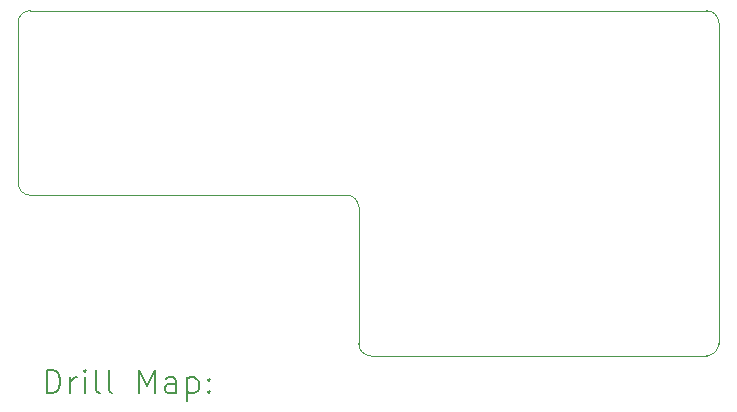
<source format=gbr>
%TF.GenerationSoftware,KiCad,Pcbnew,7.0.2-0*%
%TF.CreationDate,2023-08-19T01:30:22+02:00*%
%TF.ProjectId,MegaCD,4d656761-4344-42e6-9b69-6361645f7063,rev?*%
%TF.SameCoordinates,Original*%
%TF.FileFunction,Drillmap*%
%TF.FilePolarity,Positive*%
%FSLAX45Y45*%
G04 Gerber Fmt 4.5, Leading zero omitted, Abs format (unit mm)*
G04 Created by KiCad (PCBNEW 7.0.2-0) date 2023-08-19 01:30:22*
%MOMM*%
%LPD*%
G01*
G04 APERTURE LIST*
%ADD10C,0.100000*%
%ADD11C,0.200000*%
G04 APERTURE END LIST*
D10*
X14592300Y-13208000D02*
G75*
G03*
X14693900Y-13309600I101600J0D01*
G01*
X17538700Y-13309600D02*
G75*
G03*
X17640300Y-13208000I0J101600D01*
G01*
X14592300Y-12052300D02*
X14592300Y-13208000D01*
X17640300Y-13208000D02*
X17640300Y-10490200D01*
X11709400Y-11849100D02*
G75*
G03*
X11811000Y-11950700I101600J0D01*
G01*
X11811000Y-10388600D02*
G75*
G03*
X11709400Y-10490200I0J-101600D01*
G01*
X11811000Y-11950700D02*
X14490700Y-11950700D01*
X11709400Y-11849100D02*
X11709400Y-10490200D01*
X11811000Y-10388600D02*
X17538700Y-10388600D01*
X14693900Y-13309600D02*
X17538700Y-13309600D01*
X17640300Y-10490200D02*
G75*
G03*
X17538700Y-10388600I-101600J0D01*
G01*
X14592300Y-12052300D02*
G75*
G03*
X14490700Y-11950700I-101600J0D01*
G01*
D11*
X11952019Y-13627124D02*
X11952019Y-13427124D01*
X11952019Y-13427124D02*
X11999638Y-13427124D01*
X11999638Y-13427124D02*
X12028209Y-13436648D01*
X12028209Y-13436648D02*
X12047257Y-13455695D01*
X12047257Y-13455695D02*
X12056781Y-13474743D01*
X12056781Y-13474743D02*
X12066305Y-13512838D01*
X12066305Y-13512838D02*
X12066305Y-13541409D01*
X12066305Y-13541409D02*
X12056781Y-13579505D01*
X12056781Y-13579505D02*
X12047257Y-13598552D01*
X12047257Y-13598552D02*
X12028209Y-13617600D01*
X12028209Y-13617600D02*
X11999638Y-13627124D01*
X11999638Y-13627124D02*
X11952019Y-13627124D01*
X12152019Y-13627124D02*
X12152019Y-13493790D01*
X12152019Y-13531886D02*
X12161543Y-13512838D01*
X12161543Y-13512838D02*
X12171067Y-13503314D01*
X12171067Y-13503314D02*
X12190114Y-13493790D01*
X12190114Y-13493790D02*
X12209162Y-13493790D01*
X12275828Y-13627124D02*
X12275828Y-13493790D01*
X12275828Y-13427124D02*
X12266305Y-13436648D01*
X12266305Y-13436648D02*
X12275828Y-13446171D01*
X12275828Y-13446171D02*
X12285352Y-13436648D01*
X12285352Y-13436648D02*
X12275828Y-13427124D01*
X12275828Y-13427124D02*
X12275828Y-13446171D01*
X12399638Y-13627124D02*
X12380590Y-13617600D01*
X12380590Y-13617600D02*
X12371067Y-13598552D01*
X12371067Y-13598552D02*
X12371067Y-13427124D01*
X12504400Y-13627124D02*
X12485352Y-13617600D01*
X12485352Y-13617600D02*
X12475828Y-13598552D01*
X12475828Y-13598552D02*
X12475828Y-13427124D01*
X12732971Y-13627124D02*
X12732971Y-13427124D01*
X12732971Y-13427124D02*
X12799638Y-13569981D01*
X12799638Y-13569981D02*
X12866305Y-13427124D01*
X12866305Y-13427124D02*
X12866305Y-13627124D01*
X13047257Y-13627124D02*
X13047257Y-13522362D01*
X13047257Y-13522362D02*
X13037733Y-13503314D01*
X13037733Y-13503314D02*
X13018686Y-13493790D01*
X13018686Y-13493790D02*
X12980590Y-13493790D01*
X12980590Y-13493790D02*
X12961543Y-13503314D01*
X13047257Y-13617600D02*
X13028209Y-13627124D01*
X13028209Y-13627124D02*
X12980590Y-13627124D01*
X12980590Y-13627124D02*
X12961543Y-13617600D01*
X12961543Y-13617600D02*
X12952019Y-13598552D01*
X12952019Y-13598552D02*
X12952019Y-13579505D01*
X12952019Y-13579505D02*
X12961543Y-13560457D01*
X12961543Y-13560457D02*
X12980590Y-13550933D01*
X12980590Y-13550933D02*
X13028209Y-13550933D01*
X13028209Y-13550933D02*
X13047257Y-13541409D01*
X13142495Y-13493790D02*
X13142495Y-13693790D01*
X13142495Y-13503314D02*
X13161543Y-13493790D01*
X13161543Y-13493790D02*
X13199638Y-13493790D01*
X13199638Y-13493790D02*
X13218686Y-13503314D01*
X13218686Y-13503314D02*
X13228209Y-13512838D01*
X13228209Y-13512838D02*
X13237733Y-13531886D01*
X13237733Y-13531886D02*
X13237733Y-13589028D01*
X13237733Y-13589028D02*
X13228209Y-13608076D01*
X13228209Y-13608076D02*
X13218686Y-13617600D01*
X13218686Y-13617600D02*
X13199638Y-13627124D01*
X13199638Y-13627124D02*
X13161543Y-13627124D01*
X13161543Y-13627124D02*
X13142495Y-13617600D01*
X13323448Y-13608076D02*
X13332971Y-13617600D01*
X13332971Y-13617600D02*
X13323448Y-13627124D01*
X13323448Y-13627124D02*
X13313924Y-13617600D01*
X13313924Y-13617600D02*
X13323448Y-13608076D01*
X13323448Y-13608076D02*
X13323448Y-13627124D01*
X13323448Y-13503314D02*
X13332971Y-13512838D01*
X13332971Y-13512838D02*
X13323448Y-13522362D01*
X13323448Y-13522362D02*
X13313924Y-13512838D01*
X13313924Y-13512838D02*
X13323448Y-13503314D01*
X13323448Y-13503314D02*
X13323448Y-13522362D01*
M02*

</source>
